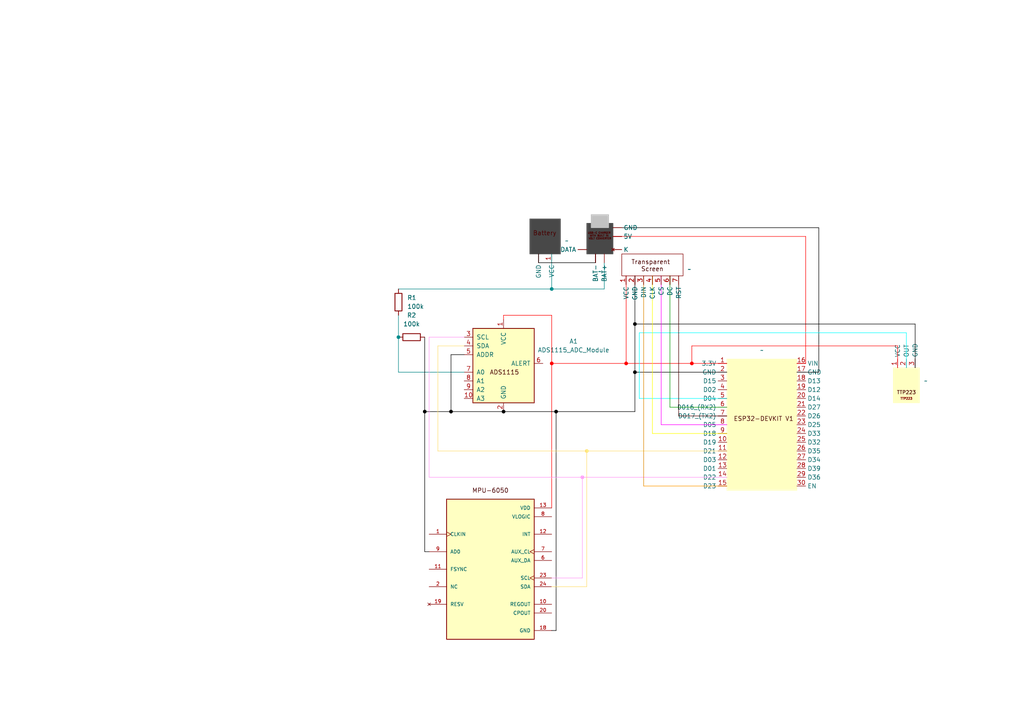
<source format=kicad_sch>
(kicad_sch
	(version 20250114)
	(generator "eeschema")
	(generator_version "9.0")
	(uuid "dd287323-a031-4033-80d1-c2cf0ed52c1f")
	(paper "A4")
	(title_block
		(title "Smart Helemt Hardware Schematic")
		(date "2025-11-20")
		(company "Ajman University")
		(comment 1 "Qasem ")
		(comment 2 "Bara Namer")
		(comment 3 "Ahmed MK Alzoubi")
		(comment 4 "Dr.Mohammed Khiri Ishak")
	)
	(lib_symbols
		(symbol "Battery:4.2v_LI-POLY_Battery"
			(exclude_from_sim no)
			(in_bom yes)
			(on_board yes)
			(property "Reference" "U"
				(at 0 0 0)
				(effects
					(font
						(size 1.27 1.27)
					)
					(hide yes)
				)
			)
			(property "Value" ""
				(at 0 0 0)
				(effects
					(font
						(size 1.27 1.27)
					)
				)
			)
			(property "Footprint" ""
				(at 0 0 0)
				(effects
					(font
						(size 1.27 1.27)
					)
					(hide yes)
				)
			)
			(property "Datasheet" ""
				(at 0 0 0)
				(effects
					(font
						(size 1.27 1.27)
					)
					(hide yes)
				)
			)
			(property "Description" ""
				(at 0 0 0)
				(effects
					(font
						(size 1.27 1.27)
					)
					(hide yes)
				)
			)
			(symbol "4.2v_LI-POLY_Battery_1_1"
				(rectangle
					(start 2.54 3.81)
					(end 11.43 -6.35)
					(stroke
						(width 0)
						(type solid)
						(color 72 72 72 1)
					)
					(fill
						(type outline)
					)
				)
				(pin power_out line
					(at 5.08 3.81 90)
					(length 2.54)
					(name "VCC"
						(effects
							(font
								(size 1.27 1.27)
							)
						)
					)
					(number "1"
						(effects
							(font
								(size 1.27 1.27)
							)
						)
					)
				)
				(pin power_out line
					(at 8.89 3.81 90)
					(length 2.54)
					(name "GND"
						(effects
							(font
								(size 1.27 1.27)
							)
						)
					)
					(number ""
						(effects
							(font
								(size 1.27 1.27)
							)
						)
					)
				)
			)
			(embedded_fonts no)
		)
		(symbol "Charleslabs_Parts:ADS1115_ADC_Module"
			(pin_names
				(offset 1.016)
			)
			(exclude_from_sim no)
			(in_bom yes)
			(on_board yes)
			(property "Reference" "A"
				(at -8.89 11.43 0)
				(effects
					(font
						(size 1.27 1.27)
					)
				)
			)
			(property "Value" "ADS1115_ADC_Module"
				(at 12.7 11.43 0)
				(effects
					(font
						(size 1.27 1.27)
					)
				)
			)
			(property "Footprint" "Charleslabs_Parts:ADC1115_ADC_Module"
				(at -8.89 10.16 0)
				(effects
					(font
						(size 1.27 1.27)
					)
					(hide yes)
				)
			)
			(property "Datasheet" ""
				(at -8.89 10.16 0)
				(effects
					(font
						(size 1.27 1.27)
					)
					(hide yes)
				)
			)
			(property "Description" ""
				(at 0 0 0)
				(effects
					(font
						(size 1.27 1.27)
					)
					(hide yes)
				)
			)
			(symbol "ADS1115_ADC_Module_0_1"
				(rectangle
					(start -8.89 10.16)
					(end 8.89 -11.43)
					(stroke
						(width 0.254)
						(type solid)
					)
					(fill
						(type background)
					)
				)
			)
			(symbol "ADS1115_ADC_Module_1_1"
				(pin input line
					(at -11.43 7.62 0)
					(length 2.54)
					(name "SCL"
						(effects
							(font
								(size 1.27 1.27)
							)
						)
					)
					(number "3"
						(effects
							(font
								(size 1.27 1.27)
							)
						)
					)
				)
				(pin bidirectional line
					(at -11.43 5.08 0)
					(length 2.54)
					(name "SDA"
						(effects
							(font
								(size 1.27 1.27)
							)
						)
					)
					(number "4"
						(effects
							(font
								(size 1.27 1.27)
							)
						)
					)
				)
				(pin input line
					(at -11.43 2.54 0)
					(length 2.54)
					(name "ADDR"
						(effects
							(font
								(size 1.27 1.27)
							)
						)
					)
					(number "5"
						(effects
							(font
								(size 1.27 1.27)
							)
						)
					)
				)
				(pin input line
					(at -11.43 -2.54 0)
					(length 2.54)
					(name "A0"
						(effects
							(font
								(size 1.27 1.27)
							)
						)
					)
					(number "7"
						(effects
							(font
								(size 1.27 1.27)
							)
						)
					)
				)
				(pin input line
					(at -11.43 -5.08 0)
					(length 2.54)
					(name "A1"
						(effects
							(font
								(size 1.27 1.27)
							)
						)
					)
					(number "8"
						(effects
							(font
								(size 1.27 1.27)
							)
						)
					)
				)
				(pin input line
					(at -11.43 -7.62 0)
					(length 2.54)
					(name "A2"
						(effects
							(font
								(size 1.27 1.27)
							)
						)
					)
					(number "9"
						(effects
							(font
								(size 1.27 1.27)
							)
						)
					)
				)
				(pin input line
					(at -11.43 -10.16 0)
					(length 2.54)
					(name "A3"
						(effects
							(font
								(size 1.27 1.27)
							)
						)
					)
					(number "10"
						(effects
							(font
								(size 1.27 1.27)
							)
						)
					)
				)
				(pin power_in line
					(at 0 12.7 270)
					(length 2.54)
					(name "VCC"
						(effects
							(font
								(size 1.27 1.27)
							)
						)
					)
					(number "1"
						(effects
							(font
								(size 1.27 1.27)
							)
						)
					)
				)
				(pin power_in line
					(at 0 -13.97 90)
					(length 2.54)
					(name "GND"
						(effects
							(font
								(size 1.27 1.27)
							)
						)
					)
					(number "2"
						(effects
							(font
								(size 1.27 1.27)
							)
						)
					)
				)
				(pin output line
					(at 11.43 0 180)
					(length 2.54)
					(name "ALERT"
						(effects
							(font
								(size 1.27 1.27)
							)
						)
					)
					(number "6"
						(effects
							(font
								(size 1.27 1.27)
							)
						)
					)
				)
			)
			(embedded_fonts no)
		)
		(symbol "Device:R"
			(pin_numbers
				(hide yes)
			)
			(pin_names
				(offset 0)
			)
			(exclude_from_sim no)
			(in_bom yes)
			(on_board yes)
			(property "Reference" "R"
				(at 2.032 0 90)
				(effects
					(font
						(size 1.27 1.27)
					)
				)
			)
			(property "Value" "R"
				(at 0 0 90)
				(effects
					(font
						(size 1.27 1.27)
					)
				)
			)
			(property "Footprint" ""
				(at -1.778 0 90)
				(effects
					(font
						(size 1.27 1.27)
					)
					(hide yes)
				)
			)
			(property "Datasheet" "~"
				(at 0 0 0)
				(effects
					(font
						(size 1.27 1.27)
					)
					(hide yes)
				)
			)
			(property "Description" "Resistor"
				(at 0 0 0)
				(effects
					(font
						(size 1.27 1.27)
					)
					(hide yes)
				)
			)
			(property "ki_keywords" "R res resistor"
				(at 0 0 0)
				(effects
					(font
						(size 1.27 1.27)
					)
					(hide yes)
				)
			)
			(property "ki_fp_filters" "R_*"
				(at 0 0 0)
				(effects
					(font
						(size 1.27 1.27)
					)
					(hide yes)
				)
			)
			(symbol "R_0_1"
				(rectangle
					(start -1.016 -2.54)
					(end 1.016 2.54)
					(stroke
						(width 0.254)
						(type default)
					)
					(fill
						(type none)
					)
				)
			)
			(symbol "R_1_1"
				(pin passive line
					(at 0 3.81 270)
					(length 1.27)
					(name "~"
						(effects
							(font
								(size 1.27 1.27)
							)
						)
					)
					(number "1"
						(effects
							(font
								(size 1.27 1.27)
							)
						)
					)
				)
				(pin passive line
					(at 0 -3.81 90)
					(length 1.27)
					(name "~"
						(effects
							(font
								(size 1.27 1.27)
							)
						)
					)
					(number "2"
						(effects
							(font
								(size 1.27 1.27)
							)
						)
					)
				)
			)
			(embedded_fonts no)
		)
		(symbol "MPU-6050:MPU-6050"
			(pin_names
				(offset 1.016)
			)
			(exclude_from_sim no)
			(in_bom yes)
			(on_board yes)
			(property "Reference" "U"
				(at -12.7 21.082 0)
				(effects
					(font
						(size 1.27 1.27)
					)
					(justify left bottom)
				)
			)
			(property "Value" "MPU-6050"
				(at -12.7 -22.86 0)
				(effects
					(font
						(size 1.27 1.27)
					)
					(justify left bottom)
				)
			)
			(property "Footprint" "MPU-6050:QFN50P400X400X95-24N"
				(at 0 0 0)
				(effects
					(font
						(size 1.27 1.27)
					)
					(justify bottom)
					(hide yes)
				)
			)
			(property "Datasheet" ""
				(at 0 0 0)
				(effects
					(font
						(size 1.27 1.27)
					)
					(hide yes)
				)
			)
			(property "Description" ""
				(at 0 0 0)
				(effects
					(font
						(size 1.27 1.27)
					)
					(hide yes)
				)
			)
			(property "MF" "TDK InvenSense"
				(at 0 0 0)
				(effects
					(font
						(size 1.27 1.27)
					)
					(justify bottom)
					(hide yes)
				)
			)
			(property "MAXIMUM_PACKAGE_HEIGHT" "0.95mm"
				(at 0 0 0)
				(effects
					(font
						(size 1.27 1.27)
					)
					(justify bottom)
					(hide yes)
				)
			)
			(property "Package" "QFN-24 InvenSense"
				(at 0 0 0)
				(effects
					(font
						(size 1.27 1.27)
					)
					(justify bottom)
					(hide yes)
				)
			)
			(property "Price" "None"
				(at 0 0 0)
				(effects
					(font
						(size 1.27 1.27)
					)
					(justify bottom)
					(hide yes)
				)
			)
			(property "Check_prices" "https://www.snapeda.com/parts/MPU-6050/TDK/view-part/?ref=eda"
				(at 0 0 0)
				(effects
					(font
						(size 1.27 1.27)
					)
					(justify bottom)
					(hide yes)
				)
			)
			(property "STANDARD" "IPC-7351B"
				(at 0 0 0)
				(effects
					(font
						(size 1.27 1.27)
					)
					(justify bottom)
					(hide yes)
				)
			)
			(property "PARTREV" "3.4"
				(at 0 0 0)
				(effects
					(font
						(size 1.27 1.27)
					)
					(justify bottom)
					(hide yes)
				)
			)
			(property "SnapEDA_Link" "https://www.snapeda.com/parts/MPU-6050/TDK/view-part/?ref=snap"
				(at 0 0 0)
				(effects
					(font
						(size 1.27 1.27)
					)
					(justify bottom)
					(hide yes)
				)
			)
			(property "MP" "MPU-6050"
				(at 0 0 0)
				(effects
					(font
						(size 1.27 1.27)
					)
					(justify bottom)
					(hide yes)
				)
			)
			(property "Description_1" "MPU-6050 series Accelerometer, Gyroscope, 3 Axis Sensor Evaluation Board"
				(at 0 0 0)
				(effects
					(font
						(size 1.27 1.27)
					)
					(justify bottom)
					(hide yes)
				)
			)
			(property "Availability" "In Stock"
				(at 0 0 0)
				(effects
					(font
						(size 1.27 1.27)
					)
					(justify bottom)
					(hide yes)
				)
			)
			(property "MANUFACTURER" "InvenSense"
				(at 0 0 0)
				(effects
					(font
						(size 1.27 1.27)
					)
					(justify bottom)
					(hide yes)
				)
			)
			(symbol "MPU-6050_0_0"
				(rectangle
					(start -12.7 -20.32)
					(end 12.7 20.32)
					(stroke
						(width 0.254)
						(type default)
					)
					(fill
						(type background)
					)
				)
				(pin input clock
					(at -17.78 10.16 0)
					(length 5.08)
					(name "CLKIN"
						(effects
							(font
								(size 1.016 1.016)
							)
						)
					)
					(number "1"
						(effects
							(font
								(size 1.016 1.016)
							)
						)
					)
				)
				(pin input line
					(at -17.78 5.08 0)
					(length 5.08)
					(name "AD0"
						(effects
							(font
								(size 1.016 1.016)
							)
						)
					)
					(number "9"
						(effects
							(font
								(size 1.016 1.016)
							)
						)
					)
				)
				(pin input line
					(at -17.78 0 0)
					(length 5.08)
					(name "FSYNC"
						(effects
							(font
								(size 1.016 1.016)
							)
						)
					)
					(number "11"
						(effects
							(font
								(size 1.016 1.016)
							)
						)
					)
				)
				(pin passive line
					(at -17.78 -5.08 0)
					(length 5.08)
					(hide yes)
					(name "NC"
						(effects
							(font
								(size 1.016 1.016)
							)
						)
					)
					(number "14"
						(effects
							(font
								(size 1.016 1.016)
							)
						)
					)
				)
				(pin passive line
					(at -17.78 -5.08 0)
					(length 5.08)
					(hide yes)
					(name "NC"
						(effects
							(font
								(size 1.016 1.016)
							)
						)
					)
					(number "15"
						(effects
							(font
								(size 1.016 1.016)
							)
						)
					)
				)
				(pin passive line
					(at -17.78 -5.08 0)
					(length 5.08)
					(hide yes)
					(name "NC"
						(effects
							(font
								(size 1.016 1.016)
							)
						)
					)
					(number "16"
						(effects
							(font
								(size 1.016 1.016)
							)
						)
					)
				)
				(pin passive line
					(at -17.78 -5.08 0)
					(length 5.08)
					(hide yes)
					(name "NC"
						(effects
							(font
								(size 1.016 1.016)
							)
						)
					)
					(number "17"
						(effects
							(font
								(size 1.016 1.016)
							)
						)
					)
				)
				(pin passive line
					(at -17.78 -5.08 0)
					(length 5.08)
					(name "NC"
						(effects
							(font
								(size 1.016 1.016)
							)
						)
					)
					(number "2"
						(effects
							(font
								(size 1.016 1.016)
							)
						)
					)
				)
				(pin passive line
					(at -17.78 -5.08 0)
					(length 5.08)
					(hide yes)
					(name "NC"
						(effects
							(font
								(size 1.016 1.016)
							)
						)
					)
					(number "3"
						(effects
							(font
								(size 1.016 1.016)
							)
						)
					)
				)
				(pin passive line
					(at -17.78 -5.08 0)
					(length 5.08)
					(hide yes)
					(name "NC"
						(effects
							(font
								(size 1.016 1.016)
							)
						)
					)
					(number "4"
						(effects
							(font
								(size 1.016 1.016)
							)
						)
					)
				)
				(pin passive line
					(at -17.78 -5.08 0)
					(length 5.08)
					(hide yes)
					(name "NC"
						(effects
							(font
								(size 1.016 1.016)
							)
						)
					)
					(number "5"
						(effects
							(font
								(size 1.016 1.016)
							)
						)
					)
				)
				(pin no_connect line
					(at -17.78 -10.16 0)
					(length 5.08)
					(name "RESV"
						(effects
							(font
								(size 1.016 1.016)
							)
						)
					)
					(number "19"
						(effects
							(font
								(size 1.016 1.016)
							)
						)
					)
				)
				(pin no_connect line
					(at -17.78 -10.16 0)
					(length 5.08)
					(hide yes)
					(name "RESV"
						(effects
							(font
								(size 1.016 1.016)
							)
						)
					)
					(number "21"
						(effects
							(font
								(size 1.016 1.016)
							)
						)
					)
				)
				(pin no_connect line
					(at -17.78 -10.16 0)
					(length 5.08)
					(hide yes)
					(name "RESV"
						(effects
							(font
								(size 1.016 1.016)
							)
						)
					)
					(number "22"
						(effects
							(font
								(size 1.016 1.016)
							)
						)
					)
				)
				(pin power_in line
					(at 17.78 17.78 180)
					(length 5.08)
					(name "VDD"
						(effects
							(font
								(size 1.016 1.016)
							)
						)
					)
					(number "13"
						(effects
							(font
								(size 1.016 1.016)
							)
						)
					)
				)
				(pin power_in line
					(at 17.78 15.24 180)
					(length 5.08)
					(name "VLOGIC"
						(effects
							(font
								(size 1.016 1.016)
							)
						)
					)
					(number "8"
						(effects
							(font
								(size 1.016 1.016)
							)
						)
					)
				)
				(pin output line
					(at 17.78 10.16 180)
					(length 5.08)
					(name "INT"
						(effects
							(font
								(size 1.016 1.016)
							)
						)
					)
					(number "12"
						(effects
							(font
								(size 1.016 1.016)
							)
						)
					)
				)
				(pin output clock
					(at 17.78 5.08 180)
					(length 5.08)
					(name "AUX_CL"
						(effects
							(font
								(size 1.016 1.016)
							)
						)
					)
					(number "7"
						(effects
							(font
								(size 1.016 1.016)
							)
						)
					)
				)
				(pin bidirectional line
					(at 17.78 2.54 180)
					(length 5.08)
					(name "AUX_DA"
						(effects
							(font
								(size 1.016 1.016)
							)
						)
					)
					(number "6"
						(effects
							(font
								(size 1.016 1.016)
							)
						)
					)
				)
				(pin input clock
					(at 17.78 -2.54 180)
					(length 5.08)
					(name "SCL"
						(effects
							(font
								(size 1.016 1.016)
							)
						)
					)
					(number "23"
						(effects
							(font
								(size 1.016 1.016)
							)
						)
					)
				)
				(pin bidirectional line
					(at 17.78 -5.08 180)
					(length 5.08)
					(name "SDA"
						(effects
							(font
								(size 1.016 1.016)
							)
						)
					)
					(number "24"
						(effects
							(font
								(size 1.016 1.016)
							)
						)
					)
				)
				(pin passive line
					(at 17.78 -10.16 180)
					(length 5.08)
					(name "REGOUT"
						(effects
							(font
								(size 1.016 1.016)
							)
						)
					)
					(number "10"
						(effects
							(font
								(size 1.016 1.016)
							)
						)
					)
				)
				(pin passive line
					(at 17.78 -12.7 180)
					(length 5.08)
					(name "CPOUT"
						(effects
							(font
								(size 1.016 1.016)
							)
						)
					)
					(number "20"
						(effects
							(font
								(size 1.016 1.016)
							)
						)
					)
				)
				(pin power_in line
					(at 17.78 -17.78 180)
					(length 5.08)
					(name "GND"
						(effects
							(font
								(size 1.016 1.016)
							)
						)
					)
					(number "18"
						(effects
							(font
								(size 1.016 1.016)
							)
						)
					)
				)
			)
			(embedded_fonts no)
		)
		(symbol "SSD1306_SPI_7pin:SSD1306_SPI_7pin"
			(exclude_from_sim no)
			(in_bom yes)
			(on_board yes)
			(property "Reference" "U"
				(at 0 0 0)
				(effects
					(font
						(size 1.27 1.27)
					)
					(hide yes)
				)
			)
			(property "Value" ""
				(at 0 0 0)
				(effects
					(font
						(size 1.27 1.27)
					)
				)
			)
			(property "Footprint" ""
				(at 0 0 0)
				(effects
					(font
						(size 1.27 1.27)
					)
					(hide yes)
				)
			)
			(property "Datasheet" ""
				(at 0 0 0)
				(effects
					(font
						(size 1.27 1.27)
					)
					(hide yes)
				)
			)
			(property "Description" ""
				(at 0 0 0)
				(effects
					(font
						(size 1.27 1.27)
					)
					(hide yes)
				)
			)
			(symbol "SSD1306_SPI_7pin_0_1"
				(rectangle
					(start 1.27 8.89)
					(end 19.05 2.54)
					(stroke
						(width 0)
						(type default)
					)
					(fill
						(type none)
					)
				)
			)
			(symbol "SSD1306_SPI_7pin_1_1"
				(pin input line
					(at 2.54 2.54 270)
					(length 2.54)
					(name "VCC"
						(effects
							(font
								(size 1.27 1.27)
							)
						)
					)
					(number "1"
						(effects
							(font
								(size 1.27 1.27)
							)
						)
					)
				)
				(pin input line
					(at 5.08 2.54 270)
					(length 2.54)
					(name "GND"
						(effects
							(font
								(size 1.27 1.27)
							)
						)
					)
					(number "2"
						(effects
							(font
								(size 1.27 1.27)
							)
						)
					)
				)
				(pin input line
					(at 7.62 2.54 270)
					(length 2.54)
					(name "DIN"
						(effects
							(font
								(size 1.27 1.27)
							)
						)
					)
					(number "3"
						(effects
							(font
								(size 1.27 1.27)
							)
						)
					)
				)
				(pin input line
					(at 10.16 2.54 270)
					(length 2.54)
					(name "CLK"
						(effects
							(font
								(size 1.27 1.27)
							)
						)
					)
					(number "4"
						(effects
							(font
								(size 1.27 1.27)
							)
						)
					)
				)
				(pin input line
					(at 12.7 2.54 270)
					(length 2.54)
					(name "CS"
						(effects
							(font
								(size 1.27 1.27)
							)
						)
					)
					(number "5"
						(effects
							(font
								(size 1.27 1.27)
							)
						)
					)
				)
				(pin input line
					(at 15.24 2.54 270)
					(length 2.54)
					(name "DC"
						(effects
							(font
								(size 1.27 1.27)
							)
						)
					)
					(number "6"
						(effects
							(font
								(size 1.27 1.27)
							)
						)
					)
				)
				(pin input line
					(at 17.78 2.54 270)
					(length 2.54)
					(name "RST"
						(effects
							(font
								(size 1.27 1.27)
							)
						)
					)
					(number "7"
						(effects
							(font
								(size 1.27 1.27)
							)
						)
					)
				)
			)
			(embedded_fonts no)
		)
		(symbol "TTP223:TTP223"
			(exclude_from_sim no)
			(in_bom yes)
			(on_board yes)
			(property "Reference" "U"
				(at 3.81 5.08 0)
				(effects
					(font
						(size 1.27 1.27)
					)
					(hide yes)
				)
			)
			(property "Value" ""
				(at 0 0 0)
				(effects
					(font
						(size 1.27 1.27)
					)
				)
			)
			(property "Footprint" ""
				(at 0 0 0)
				(effects
					(font
						(size 1.27 1.27)
					)
					(hide yes)
				)
			)
			(property "Datasheet" ""
				(at 0 0 0)
				(effects
					(font
						(size 1.27 1.27)
					)
					(hide yes)
				)
			)
			(property "Description" ""
				(at 0 0 0)
				(effects
					(font
						(size 1.27 1.27)
					)
					(hide yes)
				)
			)
			(symbol "TTP223_1_1"
				(rectangle
					(start 2.54 13.97)
					(end 10.16 3.81)
					(stroke
						(width 0)
						(type solid)
						(color 255 255 194 1)
					)
					(fill
						(type outline)
					)
				)
				(text "TTP223\n"
					(at 6.35 5.08 0)
					(effects
						(font
							(size 0.635 0.635)
						)
					)
				)
				(pin power_in line
					(at 3.81 13.97 90)
					(length 2.54)
					(name "VCC"
						(effects
							(font
								(size 1.27 1.27)
							)
						)
					)
					(number "1"
						(effects
							(font
								(size 1.27 1.27)
							)
						)
					)
				)
				(pin input line
					(at 6.35 13.97 90)
					(length 2.54)
					(name "OUT"
						(effects
							(font
								(size 1.27 1.27)
							)
						)
					)
					(number "2"
						(effects
							(font
								(size 1.27 1.27)
							)
						)
					)
				)
				(pin input line
					(at 8.89 13.97 90)
					(length 2.54)
					(name "GND"
						(effects
							(font
								(size 1.27 1.27)
							)
						)
					)
					(number "3"
						(effects
							(font
								(size 1.27 1.27)
							)
						)
					)
				)
			)
			(embedded_fonts no)
		)
		(symbol "USB C charger and voltage converter:USB_C_CHARGER"
			(exclude_from_sim no)
			(in_bom yes)
			(on_board yes)
			(property "Reference" "U"
				(at 0 0 0)
				(effects
					(font
						(size 1.27 1.27)
					)
					(hide yes)
				)
			)
			(property "Value" ""
				(at 0 0 0)
				(effects
					(font
						(size 1.27 1.27)
					)
				)
			)
			(property "Footprint" ""
				(at 0 0 0)
				(effects
					(font
						(size 1.27 1.27)
					)
					(hide yes)
				)
			)
			(property "Datasheet" ""
				(at 0 0 0)
				(effects
					(font
						(size 1.27 1.27)
					)
					(hide yes)
				)
			)
			(property "Description" ""
				(at 0 0 0)
				(effects
					(font
						(size 1.27 1.27)
					)
					(hide yes)
				)
			)
			(symbol "USB_C_CHARGER_1_1"
				(rectangle
					(start 0 3.81)
					(end 7.62 -5.08)
					(stroke
						(width 0)
						(type solid)
						(color 72 72 72 1)
					)
					(fill
						(type outline)
					)
				)
				(rectangle
					(start 1.27 6.35)
					(end 6.35 2.54)
					(stroke
						(width 0)
						(type solid)
						(color 194 194 194 1)
					)
					(fill
						(type outline)
					)
				)
				(pin bidirectional line
					(at 0 -3.81 180)
					(length 2.54)
					(name "DATA"
						(effects
							(font
								(size 1.27 1.27)
							)
						)
					)
					(number ""
						(effects
							(font
								(size 1.27 1.27)
							)
						)
					)
				)
				(pin power_in line
					(at 2.54 -5.08 270)
					(length 2.54)
					(name "BAT-"
						(effects
							(font
								(size 1.27 1.27)
							)
						)
					)
					(number ""
						(effects
							(font
								(size 1.27 1.27)
							)
						)
					)
				)
				(pin power_in line
					(at 5.08 -5.08 270)
					(length 2.54)
					(name "BAT+"
						(effects
							(font
								(size 1.27 1.27)
							)
						)
					)
					(number ""
						(effects
							(font
								(size 1.27 1.27)
							)
						)
					)
				)
				(pin power_out line
					(at 7.62 2.54 0)
					(length 2.54)
					(name "GND"
						(effects
							(font
								(size 1.27 1.27)
							)
						)
					)
					(number ""
						(effects
							(font
								(size 1.27 1.27)
							)
						)
					)
				)
				(pin power_out line
					(at 7.62 0 0)
					(length 2.54)
					(name "5V"
						(effects
							(font
								(size 1.27 1.27)
							)
						)
					)
					(number ""
						(effects
							(font
								(size 1.27 1.27)
							)
						)
					)
				)
				(pin no_connect line
					(at 7.62 -3.81 0)
					(length 2.54)
					(name "K"
						(effects
							(font
								(size 1.27 1.27)
							)
						)
					)
					(number ""
						(effects
							(font
								(size 1.27 1.27)
							)
						)
					)
				)
			)
			(embedded_fonts no)
		)
		(symbol "esp32DEVKITV1:Esp32DevKitV1"
			(exclude_from_sim no)
			(in_bom yes)
			(on_board yes)
			(property "Reference" "u"
				(at 0 0 0)
				(effects
					(font
						(size 1.27 1.27)
					)
					(hide yes)
				)
			)
			(property "Value" ""
				(at 0 0 0)
				(effects
					(font
						(size 1.27 1.27)
					)
				)
			)
			(property "Footprint" ""
				(at 0 0 0)
				(effects
					(font
						(size 1.27 1.27)
					)
					(hide yes)
				)
			)
			(property "Datasheet" ""
				(at 0 0 0)
				(effects
					(font
						(size 1.27 1.27)
					)
					(hide yes)
				)
			)
			(property "Description" ""
				(at 0 0 0)
				(effects
					(font
						(size 1.27 1.27)
					)
					(hide yes)
				)
			)
			(symbol "Esp32DevKitV1_1_1"
				(rectangle
					(start -5.08 10.16)
					(end 15.24 -27.94)
					(stroke
						(width 0)
						(type solid)
						(color 255 255 194 1)
					)
					(fill
						(type outline)
					)
				)
				(pin power_out line
					(at -5.08 8.89 180)
					(length 2.54)
					(name "3.3V"
						(effects
							(font
								(size 1.27 1.27)
							)
						)
					)
					(number "1"
						(effects
							(font
								(size 1.27 1.27)
							)
						)
					)
				)
				(pin power_in line
					(at -5.08 6.35 180)
					(length 2.54)
					(name "GND"
						(effects
							(font
								(size 1.27 1.27)
							)
						)
					)
					(number "2"
						(effects
							(font
								(size 1.27 1.27)
							)
						)
					)
				)
				(pin bidirectional line
					(at -5.08 3.81 180)
					(length 2.54)
					(name "D15"
						(effects
							(font
								(size 1.27 1.27)
							)
						)
					)
					(number "3"
						(effects
							(font
								(size 1.27 1.27)
							)
						)
					)
				)
				(pin bidirectional line
					(at -5.08 1.27 180)
					(length 2.54)
					(name "D02"
						(effects
							(font
								(size 1.27 1.27)
							)
						)
					)
					(number "4"
						(effects
							(font
								(size 1.27 1.27)
							)
						)
					)
				)
				(pin bidirectional line
					(at -5.08 -1.27 180)
					(length 2.54)
					(name "D04"
						(effects
							(font
								(size 1.27 1.27)
							)
						)
					)
					(number "5"
						(effects
							(font
								(size 1.27 1.27)
							)
						)
					)
				)
				(pin bidirectional line
					(at -5.08 -3.81 180)
					(length 2.54)
					(name "D016_(RX2)"
						(effects
							(font
								(size 1.27 1.27)
							)
						)
					)
					(number "6"
						(effects
							(font
								(size 1.27 1.27)
							)
						)
					)
				)
				(pin bidirectional line
					(at -5.08 -6.35 180)
					(length 2.54)
					(name "D017_(TX2)"
						(effects
							(font
								(size 1.27 1.27)
							)
						)
					)
					(number "7"
						(effects
							(font
								(size 1.27 1.27)
							)
						)
					)
				)
				(pin bidirectional line
					(at -5.08 -8.89 180)
					(length 2.54)
					(name "D05"
						(effects
							(font
								(size 1.27 1.27)
							)
						)
					)
					(number "8"
						(effects
							(font
								(size 1.27 1.27)
							)
						)
					)
				)
				(pin bidirectional line
					(at -5.08 -11.43 180)
					(length 2.54)
					(name "D18"
						(effects
							(font
								(size 1.27 1.27)
							)
						)
					)
					(number "9"
						(effects
							(font
								(size 1.27 1.27)
							)
						)
					)
				)
				(pin bidirectional line
					(at -5.08 -13.97 180)
					(length 2.54)
					(name "D19"
						(effects
							(font
								(size 1.27 1.27)
							)
						)
					)
					(number "10"
						(effects
							(font
								(size 1.27 1.27)
							)
						)
					)
				)
				(pin bidirectional line
					(at -5.08 -16.51 180)
					(length 2.54)
					(name "D21"
						(effects
							(font
								(size 1.27 1.27)
							)
						)
					)
					(number "11"
						(effects
							(font
								(size 1.27 1.27)
							)
						)
					)
				)
				(pin bidirectional line
					(at -5.08 -19.05 180)
					(length 2.54)
					(name "D03"
						(effects
							(font
								(size 1.27 1.27)
							)
						)
					)
					(number "12"
						(effects
							(font
								(size 1.27 1.27)
							)
						)
					)
				)
				(pin bidirectional line
					(at -5.08 -21.59 180)
					(length 2.54)
					(name "D01"
						(effects
							(font
								(size 1.27 1.27)
							)
						)
					)
					(number "13"
						(effects
							(font
								(size 1.27 1.27)
							)
						)
					)
				)
				(pin bidirectional line
					(at -5.08 -24.13 180)
					(length 2.54)
					(name "D22"
						(effects
							(font
								(size 1.27 1.27)
							)
						)
					)
					(number "14"
						(effects
							(font
								(size 1.27 1.27)
							)
						)
					)
				)
				(pin bidirectional line
					(at -5.08 -26.67 180)
					(length 2.54)
					(name "D23"
						(effects
							(font
								(size 1.27 1.27)
							)
						)
					)
					(number "15"
						(effects
							(font
								(size 1.27 1.27)
							)
						)
					)
				)
				(pin power_in line
					(at 15.24 8.89 0)
					(length 2.54)
					(name "VIN"
						(effects
							(font
								(size 1.27 1.27)
							)
						)
					)
					(number "16"
						(effects
							(font
								(size 1.27 1.27)
							)
						)
					)
				)
				(pin power_in line
					(at 15.24 6.35 0)
					(length 2.54)
					(name "GND"
						(effects
							(font
								(size 1.27 1.27)
							)
						)
					)
					(number "17"
						(effects
							(font
								(size 1.27 1.27)
							)
						)
					)
				)
				(pin bidirectional line
					(at 15.24 3.81 0)
					(length 2.54)
					(name "D13"
						(effects
							(font
								(size 1.27 1.27)
							)
						)
					)
					(number "18"
						(effects
							(font
								(size 1.27 1.27)
							)
						)
					)
				)
				(pin bidirectional line
					(at 15.24 1.27 0)
					(length 2.54)
					(name "D12"
						(effects
							(font
								(size 1.27 1.27)
							)
						)
					)
					(number "19"
						(effects
							(font
								(size 1.27 1.27)
							)
						)
					)
				)
				(pin bidirectional line
					(at 15.24 -1.27 0)
					(length 2.54)
					(name "D14"
						(effects
							(font
								(size 1.27 1.27)
							)
						)
					)
					(number "20"
						(effects
							(font
								(size 1.27 1.27)
							)
						)
					)
				)
				(pin bidirectional line
					(at 15.24 -3.81 0)
					(length 2.54)
					(name "D27"
						(effects
							(font
								(size 1.27 1.27)
							)
						)
					)
					(number "21"
						(effects
							(font
								(size 1.27 1.27)
							)
						)
					)
				)
				(pin bidirectional line
					(at 15.24 -6.35 0)
					(length 2.54)
					(name "D26"
						(effects
							(font
								(size 1.27 1.27)
							)
						)
					)
					(number "22"
						(effects
							(font
								(size 1.27 1.27)
							)
						)
					)
				)
				(pin bidirectional line
					(at 15.24 -8.89 0)
					(length 2.54)
					(name "D25"
						(effects
							(font
								(size 1.27 1.27)
							)
						)
					)
					(number "23"
						(effects
							(font
								(size 1.27 1.27)
							)
						)
					)
				)
				(pin bidirectional line
					(at 15.24 -11.43 0)
					(length 2.54)
					(name "D33"
						(effects
							(font
								(size 1.27 1.27)
							)
						)
					)
					(number "24"
						(effects
							(font
								(size 1.27 1.27)
							)
						)
					)
				)
				(pin bidirectional line
					(at 15.24 -13.97 0)
					(length 2.54)
					(name "D32"
						(effects
							(font
								(size 1.27 1.27)
							)
						)
					)
					(number "25"
						(effects
							(font
								(size 1.27 1.27)
							)
						)
					)
				)
				(pin input line
					(at 15.24 -16.51 0)
					(length 2.54)
					(name "D35"
						(effects
							(font
								(size 1.27 1.27)
							)
						)
					)
					(number "26"
						(effects
							(font
								(size 1.27 1.27)
							)
						)
					)
				)
				(pin input line
					(at 15.24 -19.05 0)
					(length 2.54)
					(name "D34"
						(effects
							(font
								(size 1.27 1.27)
							)
						)
					)
					(number "27"
						(effects
							(font
								(size 1.27 1.27)
							)
						)
					)
				)
				(pin input line
					(at 15.24 -21.59 0)
					(length 2.54)
					(name "D39"
						(effects
							(font
								(size 1.27 1.27)
							)
						)
					)
					(number "28"
						(effects
							(font
								(size 1.27 1.27)
							)
						)
					)
				)
				(pin input line
					(at 15.24 -24.13 0)
					(length 2.54)
					(name "D36"
						(effects
							(font
								(size 1.27 1.27)
							)
						)
					)
					(number "29"
						(effects
							(font
								(size 1.27 1.27)
							)
						)
					)
				)
				(pin input line
					(at 15.24 -26.67 0)
					(length 2.54)
					(name "EN"
						(effects
							(font
								(size 1.27 1.27)
							)
						)
					)
					(number "30"
						(effects
							(font
								(size 1.27 1.27)
							)
						)
					)
				)
			)
			(embedded_fonts no)
		)
	)
	(text "Battery"
		(exclude_from_sim no)
		(at 157.988 67.818 0)
		(effects
			(font
				(size 1.27 1.27)
				(color 72 0 0 1)
			)
		)
		(uuid "052713e3-cd36-4d8a-a578-b55e33f5b8b9")
	)
	(text "TTP223\n"
		(exclude_from_sim no)
		(at 262.89 114.046 0)
		(effects
			(font
				(size 1.016 1.016)
				(color 72 0 0 1)
			)
		)
		(uuid "12d262d5-0394-4699-bf34-35a472d67100")
	)
	(text "USB-C CHARGER \nWITH BUILT IN \nVOLT CONVERTER"
		(exclude_from_sim no)
		(at 173.99 68.58 0)
		(effects
			(font
				(size 0.508 0.508)
				(color 72 0 0 1)
			)
		)
		(uuid "144b25c8-6e90-491b-bb20-2d9991c7c338")
	)
	(text "ESP32-DEVKIT V1"
		(exclude_from_sim no)
		(at 221.488 121.666 0)
		(effects
			(font
				(size 1.27 1.27)
				(color 72 0 0 1)
			)
		)
		(uuid "485ecba7-a6ac-493e-907d-f63c3ce8df7d")
	)
	(text "ADS1115"
		(exclude_from_sim no)
		(at 146.304 108.204 0)
		(effects
			(font
				(size 1.27 1.27)
				(color 72 0 0 1)
			)
		)
		(uuid "67fb2635-bf7c-485a-8080-e3e04c332682")
	)
	(text "Transparent\n Screen"
		(exclude_from_sim no)
		(at 188.722 77.216 0)
		(effects
			(font
				(size 1.27 1.27)
				(color 72 0 0 1)
			)
		)
		(uuid "fd84bfa1-951e-4f30-8320-8d7ee13abf30")
	)
	(junction
		(at 115.57 97.79)
		(diameter 0)
		(color 0 132 132 1)
		(uuid "1d6a40d4-3858-43c2-86c8-3983fd431546")
	)
	(junction
		(at 160.02 83.82)
		(diameter 0)
		(color 0 132 132 1)
		(uuid "5c45067f-2980-4cd8-afb2-047fec496a2f")
	)
	(junction
		(at 160.02 105.41)
		(diameter 0)
		(color 255 0 0 1)
		(uuid "67907ad5-9c2e-4c18-85bd-aab7e5a8e9f5")
	)
	(junction
		(at 184.15 93.98)
		(diameter 0)
		(color 0 0 0 1)
		(uuid "68059893-288f-4621-9b9a-cf29a4308ac5")
	)
	(junction
		(at 161.29 119.38)
		(diameter 0)
		(color 0 0 0 1)
		(uuid "70b82d81-ebc3-4332-8dc8-0e19cd2394f6")
	)
	(junction
		(at 130.81 119.38)
		(diameter 0)
		(color 0 0 0 1)
		(uuid "7576346d-5fcf-49c3-b692-43922c10bd07")
	)
	(junction
		(at 123.19 119.38)
		(diameter 0)
		(color 0 0 0 1)
		(uuid "92b7528b-935f-420f-8fcc-5ce1099d3666")
	)
	(junction
		(at 146.05 119.38)
		(diameter 0)
		(color 0 0 0 1)
		(uuid "9afbf4d3-8bad-49f3-b2aa-d9062d10658c")
	)
	(junction
		(at 168.91 138.43)
		(diameter 0)
		(color 255 156 244 1)
		(uuid "a64671fe-633d-4b45-bba6-a12afbbb4902")
	)
	(junction
		(at 200.66 105.41)
		(diameter 0)
		(color 255 0 0 1)
		(uuid "af3b3338-5c1a-4f92-9bd6-ed5d07f36c95")
	)
	(junction
		(at 181.61 105.41)
		(diameter 0)
		(color 255 0 0 1)
		(uuid "c7c7862d-9cbd-4c35-8a10-515a412e5052")
	)
	(junction
		(at 170.18 130.81)
		(diameter 0)
		(color 255 223 118 1)
		(uuid "d6c6fba7-2a76-4776-80da-9a3cc82ddb2f")
	)
	(junction
		(at 184.15 107.95)
		(diameter 0)
		(color 0 0 0 1)
		(uuid "e07d18d8-388c-4004-b3c4-5ddcd150e2b2")
	)
	(wire
		(pts
			(xy 168.91 167.64) (xy 160.02 167.64)
		)
		(stroke
			(width 0)
			(type default)
			(color 255 156 244 1)
		)
		(uuid "01b6db61-3c69-4001-9407-66bf7e2fcd97")
	)
	(wire
		(pts
			(xy 265.43 93.98) (xy 184.15 93.98)
		)
		(stroke
			(width 0)
			(type default)
			(color 0 0 0 1)
		)
		(uuid "03662470-ac57-43aa-a4d4-d0f93b78f67a")
	)
	(wire
		(pts
			(xy 124.46 97.79) (xy 124.46 138.43)
		)
		(stroke
			(width 0)
			(type default)
			(color 255 156 244 1)
		)
		(uuid "0463956a-b81a-4f6b-a4b2-debd30e557fa")
	)
	(wire
		(pts
			(xy 130.81 119.38) (xy 130.81 102.87)
		)
		(stroke
			(width 0)
			(type default)
			(color 0 0 0 1)
		)
		(uuid "0e518104-50cf-4aeb-9586-0be46749eb74")
	)
	(wire
		(pts
			(xy 124.46 138.43) (xy 168.91 138.43)
		)
		(stroke
			(width 0)
			(type default)
			(color 255 156 244 1)
		)
		(uuid "1e5de325-a1df-4304-9962-051447aac06b")
	)
	(wire
		(pts
			(xy 177.8 66.04) (xy 237.49 66.04)
		)
		(stroke
			(width 0)
			(type default)
			(color 0 0 0 1)
		)
		(uuid "1f298374-3ad2-45a8-bade-923826f2f7b4")
	)
	(wire
		(pts
			(xy 262.89 96.52) (xy 185.42 96.52)
		)
		(stroke
			(width 0)
			(type default)
			(color 0 255 255 1)
		)
		(uuid "228c72cd-e0d9-4adb-a94c-eae46d737ebd")
	)
	(wire
		(pts
			(xy 231.14 107.95) (xy 237.49 107.95)
		)
		(stroke
			(width 0)
			(type default)
			(color 0 0 0 1)
		)
		(uuid "23d50f36-f776-45d6-a043-e1a71fb67324")
	)
	(wire
		(pts
			(xy 156.21 76.2) (xy 172.72 76.2)
		)
		(stroke
			(width 0)
			(type default)
			(color 0 0 0 1)
		)
		(uuid "250cff03-10f6-4c2e-9a8f-d2b767855f48")
	)
	(wire
		(pts
			(xy 196.85 80.01) (xy 196.85 120.65)
		)
		(stroke
			(width 0)
			(type default)
			(color 72 0 0 1)
		)
		(uuid "2dedfcd1-38c1-4ca2-9270-52092f36f05a")
	)
	(wire
		(pts
			(xy 127 100.33) (xy 127 130.81)
		)
		(stroke
			(width 0)
			(type default)
			(color 255 223 118 1)
		)
		(uuid "2e8cdd61-16a0-48e1-8130-d33d0eae36a1")
	)
	(wire
		(pts
			(xy 260.35 100.33) (xy 260.35 106.68)
		)
		(stroke
			(width 0)
			(type default)
			(color 255 0 0 1)
		)
		(uuid "3a4aaae7-a9d6-4838-a1ea-dfe5b85c1885")
	)
	(wire
		(pts
			(xy 170.18 170.18) (xy 160.02 170.18)
		)
		(stroke
			(width 0)
			(type default)
			(color 255 223 118 1)
		)
		(uuid "4488400b-1fbc-4f6a-af7e-f864bf303837")
	)
	(wire
		(pts
			(xy 160.02 83.82) (xy 115.57 83.82)
		)
		(stroke
			(width 0)
			(type default)
			(color 0 132 132 1)
		)
		(uuid "46376b56-c374-43d6-8eab-85428235f43a")
	)
	(wire
		(pts
			(xy 123.19 119.38) (xy 123.19 160.02)
		)
		(stroke
			(width 0)
			(type default)
			(color 0 0 0 1)
		)
		(uuid "4e6a07ee-e82b-4904-955f-020e0b5d9333")
	)
	(wire
		(pts
			(xy 194.31 118.11) (xy 194.31 80.01)
		)
		(stroke
			(width 0)
			(type default)
		)
		(uuid "4f2c4c1d-ead4-47a3-9e8e-f85495a56981")
	)
	(wire
		(pts
			(xy 233.68 68.58) (xy 233.68 105.41)
		)
		(stroke
			(width 0)
			(type default)
			(color 255 0 0 1)
		)
		(uuid "50d20957-3e48-4846-8156-f2327f561e25")
	)
	(wire
		(pts
			(xy 160.02 91.44) (xy 160.02 105.41)
		)
		(stroke
			(width 0)
			(type default)
			(color 255 0 0 1)
		)
		(uuid "54d3cd3e-dff2-4632-8328-6d50c36a6882")
	)
	(wire
		(pts
			(xy 194.31 118.11) (xy 210.82 118.11)
		)
		(stroke
			(width 0)
			(type default)
		)
		(uuid "58998e55-5aee-4c28-90d6-321a01009e82")
	)
	(wire
		(pts
			(xy 130.81 102.87) (xy 134.62 102.87)
		)
		(stroke
			(width 0)
			(type default)
			(color 0 0 0 1)
		)
		(uuid "5a2ba896-491c-46e3-a321-d5406011aa5a")
	)
	(wire
		(pts
			(xy 175.26 76.2) (xy 175.26 83.82)
		)
		(stroke
			(width 0)
			(type default)
			(color 0 132 132 1)
		)
		(uuid "607032cf-9109-48f7-a0f2-c5b0de323289")
	)
	(wire
		(pts
			(xy 168.91 138.43) (xy 210.82 138.43)
		)
		(stroke
			(width 0)
			(type default)
			(color 255 156 244 1)
		)
		(uuid "61799500-d0eb-4991-b343-12f5bf5fe974")
	)
	(wire
		(pts
			(xy 185.42 115.57) (xy 210.82 115.57)
		)
		(stroke
			(width 0)
			(type default)
			(color 0 255 255 1)
		)
		(uuid "62ff07c7-200d-47ec-9468-71b371794127")
	)
	(wire
		(pts
			(xy 170.18 130.81) (xy 210.82 130.81)
		)
		(stroke
			(width 0)
			(type default)
			(color 255 223 118 1)
		)
		(uuid "6ae21b9c-3bd9-4a8e-bbdc-6cbadb7dfd34")
	)
	(wire
		(pts
			(xy 175.26 83.82) (xy 160.02 83.82)
		)
		(stroke
			(width 0)
			(type default)
			(color 0 132 132 1)
		)
		(uuid "6c2258b3-194e-4ea0-9d7e-f270993062f6")
	)
	(wire
		(pts
			(xy 200.66 105.41) (xy 210.82 105.41)
		)
		(stroke
			(width 0)
			(type default)
			(color 255 0 0 1)
		)
		(uuid "75f815c3-b33f-4ded-be14-3a4ede91b027")
	)
	(wire
		(pts
			(xy 127 130.81) (xy 170.18 130.81)
		)
		(stroke
			(width 0)
			(type default)
			(color 255 223 118 1)
		)
		(uuid "7a9d4486-fe05-47c6-a16f-f2b2d8ae6c82")
	)
	(wire
		(pts
			(xy 191.77 123.19) (xy 210.82 123.19)
		)
		(stroke
			(width 0)
			(type default)
			(color 255 0 255 1)
		)
		(uuid "7b0dd9e5-4105-4823-a6b5-6f8aee377c31")
	)
	(wire
		(pts
			(xy 123.19 97.79) (xy 123.19 119.38)
		)
		(stroke
			(width 0)
			(type default)
			(color 0 0 0 1)
		)
		(uuid "7e68218e-f2bb-4cf8-ba0b-9986971f4047")
	)
	(wire
		(pts
			(xy 262.89 106.68) (xy 262.89 96.52)
		)
		(stroke
			(width 0)
			(type default)
			(color 0 255 255 1)
		)
		(uuid "7e90b044-0a7f-437a-9c9e-a7edb385dcc7")
	)
	(wire
		(pts
			(xy 177.8 68.58) (xy 233.68 68.58)
		)
		(stroke
			(width 0)
			(type default)
			(color 255 0 0 1)
		)
		(uuid "881cfe8f-e0a4-46c4-bd90-70ecbe8185da")
	)
	(wire
		(pts
			(xy 161.29 182.88) (xy 160.02 182.88)
		)
		(stroke
			(width 0)
			(type default)
			(color 0 0 0 1)
		)
		(uuid "8a2493a0-8b7a-4782-b62e-6311c2b36926")
	)
	(wire
		(pts
			(xy 260.35 100.33) (xy 200.66 100.33)
		)
		(stroke
			(width 0)
			(type default)
			(color 255 0 0 1)
		)
		(uuid "8afab8b5-4c28-4fb3-88fd-a6f257bf1d76")
	)
	(wire
		(pts
			(xy 134.62 107.95) (xy 115.57 107.95)
		)
		(stroke
			(width 0)
			(type default)
			(color 0 132 132 1)
		)
		(uuid "8cc237a5-66fc-4d57-ab3c-ae4de3d2483e")
	)
	(wire
		(pts
			(xy 189.23 80.01) (xy 189.23 125.73)
		)
		(stroke
			(width 0)
			(type default)
			(color 255 255 0 1)
		)
		(uuid "8d20674c-076a-49f2-8802-c2502d7ff97b")
	)
	(wire
		(pts
			(xy 146.05 91.44) (xy 146.05 92.71)
		)
		(stroke
			(width 0)
			(type default)
			(color 255 0 0 1)
		)
		(uuid "91b1ebca-07df-49bb-8efd-9444e1de5be6")
	)
	(wire
		(pts
			(xy 115.57 91.44) (xy 115.57 97.79)
		)
		(stroke
			(width 0)
			(type default)
			(color 0 132 132 1)
		)
		(uuid "947e62c5-be3f-4dad-ae2b-fb47653ddaab")
	)
	(wire
		(pts
			(xy 160.02 73.66) (xy 160.02 83.82)
		)
		(stroke
			(width 0)
			(type default)
			(color 0 132 132 1)
		)
		(uuid "962c517b-ad68-498c-befb-71657840ad7d")
	)
	(wire
		(pts
			(xy 191.77 80.01) (xy 191.77 123.19)
		)
		(stroke
			(width 0)
			(type default)
			(color 255 0 255 1)
		)
		(uuid "96f9312b-b462-464c-8d2e-ce92640a4c34")
	)
	(wire
		(pts
			(xy 161.29 119.38) (xy 184.15 119.38)
		)
		(stroke
			(width 0)
			(type default)
			(color 0 0 0 1)
		)
		(uuid "9a3c8d3b-619a-4d98-a4f3-96ba8525314b")
	)
	(wire
		(pts
			(xy 156.21 76.2) (xy 156.21 73.66)
		)
		(stroke
			(width 0)
			(type default)
			(color 0 0 0 1)
		)
		(uuid "9b1037d2-2974-4255-943f-d0d2ed564e06")
	)
	(wire
		(pts
			(xy 134.62 97.79) (xy 124.46 97.79)
		)
		(stroke
			(width 0)
			(type default)
			(color 255 156 244 1)
		)
		(uuid "9b4db36c-bb9f-4925-b45c-45e04286fb97")
	)
	(wire
		(pts
			(xy 115.57 107.95) (xy 115.57 97.79)
		)
		(stroke
			(width 0)
			(type default)
			(color 0 132 132 1)
		)
		(uuid "9c609a20-ac45-4e40-af25-e5f25de4400b")
	)
	(wire
		(pts
			(xy 196.85 120.65) (xy 210.82 120.65)
		)
		(stroke
			(width 0)
			(type default)
			(color 72 0 0 1)
		)
		(uuid "9d8cb4c4-2ed3-4284-b88a-5c5e1066acae")
	)
	(wire
		(pts
			(xy 123.19 160.02) (xy 124.46 160.02)
		)
		(stroke
			(width 0)
			(type default)
			(color 0 0 0 1)
		)
		(uuid "a6e0824d-916d-45a7-ba62-4dc9c4dfb442")
	)
	(wire
		(pts
			(xy 237.49 66.04) (xy 237.49 107.95)
		)
		(stroke
			(width 0)
			(type default)
			(color 0 0 0 1)
		)
		(uuid "aa05f1fd-5c12-4cb5-82bd-638672c0e68b")
	)
	(wire
		(pts
			(xy 130.81 119.38) (xy 123.19 119.38)
		)
		(stroke
			(width 0)
			(type default)
			(color 0 0 0 1)
		)
		(uuid "ada39871-4b25-4451-92c6-df5c33f53902")
	)
	(wire
		(pts
			(xy 185.42 96.52) (xy 185.42 115.57)
		)
		(stroke
			(width 0)
			(type default)
			(color 0 255 255 1)
		)
		(uuid "b4e0cdce-8b48-473b-8228-d8896036b1ba")
	)
	(wire
		(pts
			(xy 146.05 91.44) (xy 160.02 91.44)
		)
		(stroke
			(width 0)
			(type default)
			(color 255 0 0 1)
		)
		(uuid "b7a674d0-719f-46d5-87e3-ab8ba441777e")
	)
	(wire
		(pts
			(xy 265.43 106.68) (xy 265.43 93.98)
		)
		(stroke
			(width 0)
			(type default)
			(color 0 0 0 1)
		)
		(uuid "bb764727-42eb-43be-91cf-17fc0f4fcda4")
	)
	(wire
		(pts
			(xy 146.05 119.38) (xy 161.29 119.38)
		)
		(stroke
			(width 0)
			(type default)
			(color 0 0 0 1)
		)
		(uuid "bca68938-6bd9-45a7-8fc7-ebc548e91e5f")
	)
	(wire
		(pts
			(xy 172.72 76.2) (xy 172.72 73.66)
		)
		(stroke
			(width 0)
			(type default)
			(color 0 0 0 1)
		)
		(uuid "bd1d256a-e619-438e-997e-6cd6259e5162")
	)
	(wire
		(pts
			(xy 161.29 119.38) (xy 161.29 182.88)
		)
		(stroke
			(width 0)
			(type default)
			(color 0 0 0 1)
		)
		(uuid "c4a97c57-bdbd-45cb-8658-4280a4cefaf1")
	)
	(wire
		(pts
			(xy 181.61 80.01) (xy 181.61 105.41)
		)
		(stroke
			(width 0)
			(type default)
			(color 255 0 0 1)
		)
		(uuid "c5a330e6-25dd-4632-937a-9da4ad849fb6")
	)
	(wire
		(pts
			(xy 160.02 105.41) (xy 181.61 105.41)
		)
		(stroke
			(width 0)
			(type default)
			(color 255 0 0 1)
		)
		(uuid "d1185cf2-bc4a-4cb4-9600-9aab64877073")
	)
	(wire
		(pts
			(xy 146.05 119.38) (xy 130.81 119.38)
		)
		(stroke
			(width 0)
			(type default)
			(color 0 0 0 1)
		)
		(uuid "d86a9fb3-1d56-4372-8915-710a165364c1")
	)
	(wire
		(pts
			(xy 186.69 80.01) (xy 186.69 140.97)
		)
		(stroke
			(width 0)
			(type default)
			(color 221 133 0 1)
		)
		(uuid "dc58fb43-7271-457f-be39-dadc2f3bbdf4")
	)
	(wire
		(pts
			(xy 170.18 130.81) (xy 170.18 170.18)
		)
		(stroke
			(width 0)
			(type default)
			(color 255 223 118 1)
		)
		(uuid "e8a898ea-e399-40df-bd4b-c0bdae23c30f")
	)
	(wire
		(pts
			(xy 233.68 105.41) (xy 231.14 105.41)
		)
		(stroke
			(width 0)
			(type default)
			(color 255 0 0 1)
		)
		(uuid "e8b49e1e-de8a-420c-a625-efc022599368")
	)
	(wire
		(pts
			(xy 189.23 125.73) (xy 210.82 125.73)
		)
		(stroke
			(width 0)
			(type default)
			(color 255 255 0 1)
		)
		(uuid "e941f1ae-f50c-4cbd-b7aa-ef2932aea1b3")
	)
	(wire
		(pts
			(xy 200.66 100.33) (xy 200.66 105.41)
		)
		(stroke
			(width 0)
			(type default)
			(color 255 0 0 1)
		)
		(uuid "ebc72990-bfc2-4520-8b0d-12128bdfe103")
	)
	(wire
		(pts
			(xy 184.15 119.38) (xy 184.15 107.95)
		)
		(stroke
			(width 0)
			(type default)
			(color 0 0 0 1)
		)
		(uuid "f13142e6-cc0e-46d9-a86f-2ad8021d9704")
	)
	(wire
		(pts
			(xy 186.69 140.97) (xy 210.82 140.97)
		)
		(stroke
			(width 0)
			(type default)
			(color 255 153 0 1)
		)
		(uuid "f142d4ea-5399-419a-8190-f740e1a6d390")
	)
	(wire
		(pts
			(xy 134.62 100.33) (xy 127 100.33)
		)
		(stroke
			(width 0)
			(type default)
			(color 255 223 118 1)
		)
		(uuid "f3219f90-f29a-468e-940c-c315c0474cfe")
	)
	(wire
		(pts
			(xy 160.02 105.41) (xy 160.02 147.32)
		)
		(stroke
			(width 0)
			(type default)
			(color 255 0 0 1)
		)
		(uuid "f360beb8-6fe9-4e93-9769-bc4d1fc10e6b")
	)
	(wire
		(pts
			(xy 184.15 107.95) (xy 210.82 107.95)
		)
		(stroke
			(width 0)
			(type default)
			(color 0 0 0 1)
		)
		(uuid "f47e8e19-0d71-468e-9199-25cf9469f31d")
	)
	(wire
		(pts
			(xy 181.61 105.41) (xy 200.66 105.41)
		)
		(stroke
			(width 0)
			(type default)
			(color 255 0 0 1)
		)
		(uuid "f9d83b69-fb45-405b-b10a-c903c07bc580")
	)
	(wire
		(pts
			(xy 168.91 138.43) (xy 168.91 167.64)
		)
		(stroke
			(width 0)
			(type default)
			(color 255 156 244 1)
		)
		(uuid "f9dbf9bc-9067-4b1e-bd4d-747db4d54a54")
	)
	(wire
		(pts
			(xy 184.15 80.01) (xy 184.15 93.98)
		)
		(stroke
			(width 0)
			(type default)
			(color 0 0 0 1)
		)
		(uuid "fba15c0a-fb5c-4c8d-b601-8c9a73a252f2")
	)
	(wire
		(pts
			(xy 184.15 93.98) (xy 184.15 107.95)
		)
		(stroke
			(width 0)
			(type default)
			(color 0 0 0 1)
		)
		(uuid "ff4a9d3f-039f-4026-987d-f6a615d3a76e")
	)
	(symbol
		(lib_id "Device:R")
		(at 119.38 97.79 90)
		(unit 1)
		(exclude_from_sim no)
		(in_bom yes)
		(on_board yes)
		(dnp no)
		(fields_autoplaced yes)
		(uuid "0720ed52-4e02-4b06-9bfe-0586915bbd8d")
		(property "Reference" "R2"
			(at 119.38 91.44 90)
			(effects
				(font
					(size 1.27 1.27)
				)
			)
		)
		(property "Value" "100k"
			(at 119.38 93.98 90)
			(effects
				(font
					(size 1.27 1.27)
				)
			)
		)
		(property "Footprint" ""
			(at 119.38 99.568 90)
			(effects
				(font
					(size 1.27 1.27)
				)
				(hide yes)
			)
		)
		(property "Datasheet" "~"
			(at 119.38 97.79 0)
			(effects
				(font
					(size 1.27 1.27)
				)
				(hide yes)
			)
		)
		(property "Description" "Resistor"
			(at 119.38 97.79 0)
			(effects
				(font
					(size 1.27 1.27)
				)
				(hide yes)
			)
		)
		(pin "1"
			(uuid "54c9140a-d143-43ad-88b2-924edf18fb44")
		)
		(pin "2"
			(uuid "f7e914db-e636-4d3b-855d-63434cffd68f")
		)
		(instances
			(project ""
				(path "/dd287323-a031-4033-80d1-c2cf0ed52c1f"
					(reference "R2")
					(unit 1)
				)
			)
		)
	)
	(symbol
		(lib_id "Charleslabs_Parts:ADS1115_ADC_Module")
		(at 146.05 105.41 0)
		(unit 1)
		(exclude_from_sim no)
		(in_bom yes)
		(on_board yes)
		(dnp no)
		(fields_autoplaced yes)
		(uuid "1c22335b-5804-4c23-9bd6-1b9188ec7c25")
		(property "Reference" "A1"
			(at 166.37 98.9898 0)
			(effects
				(font
					(size 1.27 1.27)
				)
			)
		)
		(property "Value" "ADS1115_ADC_Module"
			(at 166.37 101.5298 0)
			(effects
				(font
					(size 1.27 1.27)
				)
			)
		)
		(property "Footprint" "Charleslabs_Parts:ADC1115_ADC_Module"
			(at 137.16 95.25 0)
			(effects
				(font
					(size 1.27 1.27)
				)
				(hide yes)
			)
		)
		(property "Datasheet" ""
			(at 137.16 95.25 0)
			(effects
				(font
					(size 1.27 1.27)
				)
				(hide yes)
			)
		)
		(property "Description" ""
			(at 146.05 105.41 0)
			(effects
				(font
					(size 1.27 1.27)
				)
				(hide yes)
			)
		)
		(pin "2"
			(uuid "5f753d4c-09e2-4590-aaa3-24daa071ea1e")
		)
		(pin "8"
			(uuid "765647b4-291e-4681-ae91-53caddbef5c7")
		)
		(pin "1"
			(uuid "85f6cc54-abfa-4ed6-9d47-74507d1661a2")
		)
		(pin "3"
			(uuid "11c94ce8-6298-4b03-9c79-082be358b4f7")
		)
		(pin "6"
			(uuid "dfe586ea-a44b-476c-aa2f-d445e72b4770")
		)
		(pin "9"
			(uuid "1dd015df-77d2-4e4d-b0c3-b53cb6489277")
		)
		(pin "10"
			(uuid "9baab1be-0cbc-4a77-8ff6-b3aa3ab862fa")
		)
		(pin "4"
			(uuid "67e3e892-4003-4b83-88d0-d92ea47b8b76")
		)
		(pin "5"
			(uuid "561a9d23-6c1f-49ca-98fe-286727734787")
		)
		(pin "7"
			(uuid "f44ce349-0c48-469d-b9cc-d53b945915db")
		)
		(instances
			(project ""
				(path "/dd287323-a031-4033-80d1-c2cf0ed52c1f"
					(reference "A1")
					(unit 1)
				)
			)
		)
	)
	(symbol
		(lib_id "TTP223:TTP223")
		(at 256.54 120.65 0)
		(unit 1)
		(exclude_from_sim no)
		(in_bom yes)
		(on_board yes)
		(dnp no)
		(fields_autoplaced yes)
		(uuid "627687d9-425a-4cb4-b1e3-f4792b1ab3b9")
		(property "Reference" "U2"
			(at 260.35 115.57 0)
			(effects
				(font
					(size 1.27 1.27)
				)
				(hide yes)
			)
		)
		(property "Value" "~"
			(at 267.97 110.4899 0)
			(effects
				(font
					(size 1.27 1.27)
				)
				(justify left)
			)
		)
		(property "Footprint" ""
			(at 256.54 120.65 0)
			(effects
				(font
					(size 1.27 1.27)
				)
				(hide yes)
			)
		)
		(property "Datasheet" ""
			(at 256.54 120.65 0)
			(effects
				(font
					(size 1.27 1.27)
				)
				(hide yes)
			)
		)
		(property "Description" ""
			(at 256.54 120.65 0)
			(effects
				(font
					(size 1.27 1.27)
				)
				(hide yes)
			)
		)
		(pin "1"
			(uuid "a0abd5a1-798c-4d9f-a3fa-fe6b14006877")
		)
		(pin "2"
			(uuid "d0b16bfd-d7cd-472b-8bed-d49b1d4e1d8a")
		)
		(pin "3"
			(uuid "4e6acfd9-d069-4200-8c47-4d8f9c099d19")
		)
		(instances
			(project ""
				(path "/dd287323-a031-4033-80d1-c2cf0ed52c1f"
					(reference "U2")
					(unit 1)
				)
			)
		)
	)
	(symbol
		(lib_id "Battery:4.2v_LI-POLY_Battery")
		(at 165.1 69.85 180)
		(unit 1)
		(exclude_from_sim no)
		(in_bom yes)
		(on_board yes)
		(dnp no)
		(fields_autoplaced yes)
		(uuid "8e8130b3-c181-4cfd-a9b9-0573779e6ecc")
		(property "Reference" "U5"
			(at 165.1 69.85 0)
			(effects
				(font
					(size 1.27 1.27)
				)
				(hide yes)
			)
		)
		(property "Value" "~"
			(at 163.83 69.8499 0)
			(effects
				(font
					(size 1.27 1.27)
				)
				(justify right)
			)
		)
		(property "Footprint" ""
			(at 165.1 69.85 0)
			(effects
				(font
					(size 1.27 1.27)
				)
				(hide yes)
			)
		)
		(property "Datasheet" ""
			(at 165.1 69.85 0)
			(effects
				(font
					(size 1.27 1.27)
				)
				(hide yes)
			)
		)
		(property "Description" ""
			(at 165.1 69.85 0)
			(effects
				(font
					(size 1.27 1.27)
				)
				(hide yes)
			)
		)
		(pin "1"
			(uuid "6fed32e1-1e80-4fc0-b184-bb4e2728d6fd")
		)
		(pin ""
			(uuid "3ced20fe-3d4c-400a-aa81-1d96f5504e9e")
		)
		(instances
			(project ""
				(path "/dd287323-a031-4033-80d1-c2cf0ed52c1f"
					(reference "U5")
					(unit 1)
				)
			)
		)
	)
	(symbol
		(lib_id "esp32DEVKITV1:Esp32DevKitV1")
		(at 215.9 114.3 0)
		(unit 1)
		(exclude_from_sim no)
		(in_bom yes)
		(on_board yes)
		(dnp no)
		(fields_autoplaced yes)
		(uuid "a422b8a9-e945-4125-86b4-8472014eb6a8")
		(property "Reference" "u4"
			(at 215.9 114.3 0)
			(effects
				(font
					(size 1.27 1.27)
				)
				(hide yes)
			)
		)
		(property "Value" "~"
			(at 220.98 101.6 0)
			(effects
				(font
					(size 1.27 1.27)
				)
			)
		)
		(property "Footprint" ""
			(at 215.9 114.3 0)
			(effects
				(font
					(size 1.27 1.27)
				)
				(hide yes)
			)
		)
		(property "Datasheet" ""
			(at 215.9 114.3 0)
			(effects
				(font
					(size 1.27 1.27)
				)
				(hide yes)
			)
		)
		(property "Description" ""
			(at 215.9 114.3 0)
			(effects
				(font
					(size 1.27 1.27)
				)
				(hide yes)
			)
		)
		(pin "7"
			(uuid "1661b04c-088c-4a7b-b32f-0c553fa23290")
		)
		(pin "10"
			(uuid "9369bd01-b17e-416e-8e73-3511a8f96078")
		)
		(pin "26"
			(uuid "6775a8b1-c964-4789-a090-67b2c3751410")
		)
		(pin "27"
			(uuid "659a3ef3-c8ff-4c1a-8137-c88fe84f1926")
		)
		(pin "13"
			(uuid "4d801e14-f70d-408c-83c2-d58e4f624f3f")
		)
		(pin "3"
			(uuid "25bed13d-3cb1-48d6-85af-093e98648ce1")
		)
		(pin "5"
			(uuid "9aae827e-19f9-4d9c-918e-797af222cfa9")
		)
		(pin "4"
			(uuid "daf1866e-8b83-4a41-9105-42a28c8694c7")
		)
		(pin "16"
			(uuid "0e21bfe6-7dc1-4a95-b5be-34aec80d77bc")
		)
		(pin "14"
			(uuid "39637945-b192-4956-b1e0-087a6a9c0d4b")
		)
		(pin "17"
			(uuid "85c639f2-59bd-45f1-8d0b-ec1277475618")
		)
		(pin "18"
			(uuid "ec9fde67-58b2-4396-9c3d-01b2ad6d722a")
		)
		(pin "8"
			(uuid "644d6dae-d16e-479f-b9d6-a565ba6a0cdf")
		)
		(pin "9"
			(uuid "9d8f845b-b7fa-40c7-b2eb-c4ba5c47b190")
		)
		(pin "1"
			(uuid "e35eb8b7-69c6-45ce-a22c-927e916b416b")
		)
		(pin "2"
			(uuid "d33709f3-3c8b-4f61-99f4-2558ced65c76")
		)
		(pin "12"
			(uuid "72f4e50e-8832-45ef-9706-dcee120e3a3b")
		)
		(pin "19"
			(uuid "b6b2811d-e055-4b1e-97df-61b5287490e4")
		)
		(pin "20"
			(uuid "8630e297-87dc-4587-842f-2db26de658e4")
		)
		(pin "6"
			(uuid "6e0c86ad-cd76-47c8-8087-414f2914c91c")
		)
		(pin "23"
			(uuid "7fad8f79-4f7b-4733-aa91-bf2dafac4a7f")
		)
		(pin "22"
			(uuid "7771ac56-6ff6-41c4-8fc0-47f842e82212")
		)
		(pin "24"
			(uuid "39224cb2-6173-4643-8aa3-8e2f0b24d1ac")
		)
		(pin "15"
			(uuid "d540c6ba-41c2-411d-b604-a41a5fbe5a87")
		)
		(pin "25"
			(uuid "b76e531c-40d8-4f54-a53f-1b938741e4a0")
		)
		(pin "21"
			(uuid "102c6b3c-8763-4c11-bb6e-3d8a3d4a8cb1")
		)
		(pin "11"
			(uuid "5ae357cc-e262-4056-bc8f-e5e5d4edd77c")
		)
		(pin "28"
			(uuid "56f602fb-86a5-4167-802f-17888afa35f7")
		)
		(pin "29"
			(uuid "3c28ed49-cf4b-4b56-87ac-60c526d176ad")
		)
		(pin "30"
			(uuid "6cfc7c5c-385d-4ffe-97a0-55ca4928060e")
		)
		(instances
			(project ""
				(path "/dd287323-a031-4033-80d1-c2cf0ed52c1f"
					(reference "u4")
					(unit 1)
				)
			)
		)
	)
	(symbol
		(lib_id "SSD1306_SPI_7pin:SSD1306_SPI_7pin")
		(at 179.07 82.55 0)
		(unit 1)
		(exclude_from_sim no)
		(in_bom yes)
		(on_board yes)
		(dnp no)
		(fields_autoplaced yes)
		(uuid "c72494e2-6176-4b16-b26b-c94eb5f7ed7a")
		(property "Reference" "U3"
			(at 179.07 82.55 0)
			(effects
				(font
					(size 1.27 1.27)
				)
				(hide yes)
			)
		)
		(property "Value" "~"
			(at 199.39 78.1049 0)
			(effects
				(font
					(size 1.27 1.27)
				)
				(justify left)
			)
		)
		(property "Footprint" ""
			(at 179.07 82.55 0)
			(effects
				(font
					(size 1.27 1.27)
				)
				(hide yes)
			)
		)
		(property "Datasheet" ""
			(at 179.07 82.55 0)
			(effects
				(font
					(size 1.27 1.27)
				)
				(hide yes)
			)
		)
		(property "Description" ""
			(at 179.07 82.55 0)
			(effects
				(font
					(size 1.27 1.27)
				)
				(hide yes)
			)
		)
		(pin "7"
			(uuid "53a87534-78b1-42be-ab83-f7a0d8491c33")
		)
		(pin "4"
			(uuid "1bf3058c-bab0-42db-ade0-9be8c0d40bc4")
		)
		(pin "3"
			(uuid "d03660e4-6867-4c3f-af4c-edf4665fdf73")
		)
		(pin "5"
			(uuid "9319cee6-1e19-4af5-80fe-a9a9b87b1ce8")
		)
		(pin "6"
			(uuid "63d4a2fa-ac36-4223-8d78-0f829b5220b4")
		)
		(pin "1"
			(uuid "d7649f35-ee2f-4e1f-985a-2edccc2bd6fa")
		)
		(pin "2"
			(uuid "ec268d83-b022-4194-9357-3c610f2d6ea2")
		)
		(instances
			(project ""
				(path "/dd287323-a031-4033-80d1-c2cf0ed52c1f"
					(reference "U3")
					(unit 1)
				)
			)
		)
	)
	(symbol
		(lib_id "USB C charger and voltage converter:USB_C_CHARGER")
		(at 170.18 68.58 0)
		(unit 1)
		(exclude_from_sim no)
		(in_bom yes)
		(on_board yes)
		(dnp no)
		(uuid "ca497443-5efe-4590-a04a-75690342a0fb")
		(property "Reference" "U6"
			(at 170.18 68.58 0)
			(effects
				(font
					(size 1.27 1.27)
				)
				(hide yes)
			)
		)
		(property "Value" "~"
			(at 173.99 78.74 0)
			(effects
				(font
					(size 1.27 1.27)
				)
			)
		)
		(property "Footprint" ""
			(at 170.18 68.58 0)
			(effects
				(font
					(size 1.27 1.27)
				)
				(hide yes)
			)
		)
		(property "Datasheet" ""
			(at 170.18 68.58 0)
			(effects
				(font
					(size 1.27 1.27)
				)
				(hide yes)
			)
		)
		(property "Description" ""
			(at 170.18 68.58 0)
			(effects
				(font
					(size 1.27 1.27)
				)
				(hide yes)
			)
		)
		(pin ""
			(uuid "8014e5e9-e5f7-4356-b10e-022c27611e54")
		)
		(pin ""
			(uuid "288ad721-486f-4d5c-8281-95a18464d7d2")
		)
		(pin ""
			(uuid "191af367-ea13-4c7b-919e-4f8948e29238")
		)
		(pin ""
			(uuid "397cff5f-d681-467e-8c3a-134409f13814")
		)
		(pin ""
			(uuid "d8a88c8a-0f8f-4499-bb97-e686ef3c61eb")
		)
		(pin ""
			(uuid "cac6ab6a-1ed7-4505-b045-88fa614e230a")
		)
		(instances
			(project ""
				(path "/dd287323-a031-4033-80d1-c2cf0ed52c1f"
					(reference "U6")
					(unit 1)
				)
			)
		)
	)
	(symbol
		(lib_id "Device:R")
		(at 115.57 87.63 180)
		(unit 1)
		(exclude_from_sim no)
		(in_bom yes)
		(on_board yes)
		(dnp no)
		(fields_autoplaced yes)
		(uuid "de75e63a-7d4c-4c3d-b4d1-838848f12e5f")
		(property "Reference" "R1"
			(at 118.11 86.3599 0)
			(effects
				(font
					(size 1.27 1.27)
				)
				(justify right)
			)
		)
		(property "Value" "100k"
			(at 118.11 88.8999 0)
			(effects
				(font
					(size 1.27 1.27)
				)
				(justify right)
			)
		)
		(property "Footprint" ""
			(at 117.348 87.63 90)
			(effects
				(font
					(size 1.27 1.27)
				)
				(hide yes)
			)
		)
		(property "Datasheet" "~"
			(at 115.57 87.63 0)
			(effects
				(font
					(size 1.27 1.27)
				)
				(hide yes)
			)
		)
		(property "Description" "Resistor"
			(at 115.57 87.63 0)
			(effects
				(font
					(size 1.27 1.27)
				)
				(hide yes)
			)
		)
		(pin "1"
			(uuid "38fb9449-c331-47b7-bb36-73c1192fbc2c")
		)
		(pin "2"
			(uuid "8aad216d-0a73-450f-9c8b-cf627458cdce")
		)
		(instances
			(project ""
				(path "/dd287323-a031-4033-80d1-c2cf0ed52c1f"
					(reference "R1")
					(unit 1)
				)
			)
		)
	)
	(symbol
		(lib_id "MPU-6050:MPU-6050")
		(at 142.24 165.1 0)
		(unit 1)
		(exclude_from_sim no)
		(in_bom yes)
		(on_board yes)
		(dnp no)
		(fields_autoplaced yes)
		(uuid "e1cb047d-53c8-41d4-81dc-a59e8b78d057")
		(property "Reference" "U1"
			(at 142.24 139.7 0)
			(effects
				(font
					(size 1.27 1.27)
				)
				(hide yes)
			)
		)
		(property "Value" "MPU-6050"
			(at 142.24 142.24 0)
			(effects
				(font
					(size 1.27 1.27)
					(color 72 0 0 1)
				)
			)
		)
		(property "Footprint" "MPU-6050:QFN50P400X400X95-24N"
			(at 142.24 165.1 0)
			(effects
				(font
					(size 1.27 1.27)
				)
				(justify bottom)
				(hide yes)
			)
		)
		(property "Datasheet" ""
			(at 142.24 165.1 0)
			(effects
				(font
					(size 1.27 1.27)
				)
				(hide yes)
			)
		)
		(property "Description" ""
			(at 142.24 165.1 0)
			(effects
				(font
					(size 1.27 1.27)
				)
				(hide yes)
			)
		)
		(property "MF" "TDK InvenSense"
			(at 142.24 165.1 0)
			(effects
				(font
					(size 1.27 1.27)
				)
				(justify bottom)
				(hide yes)
			)
		)
		(property "MAXIMUM_PACKAGE_HEIGHT" "0.95mm"
			(at 142.24 165.1 0)
			(effects
				(font
					(size 1.27 1.27)
				)
				(justify bottom)
				(hide yes)
			)
		)
		(property "Package" "QFN-24 InvenSense"
			(at 142.24 165.1 0)
			(effects
				(font
					(size 1.27 1.27)
				)
				(justify bottom)
				(hide yes)
			)
		)
		(property "Price" "None"
			(at 142.24 165.1 0)
			(effects
				(font
					(size 1.27 1.27)
				)
				(justify bottom)
				(hide yes)
			)
		)
		(property "Check_prices" "https://www.snapeda.com/parts/MPU-6050/TDK/view-part/?ref=eda"
			(at 142.24 165.1 0)
			(effects
				(font
					(size 1.27 1.27)
				)
				(justify bottom)
				(hide yes)
			)
		)
		(property "STANDARD" "IPC-7351B"
			(at 142.24 165.1 0)
			(effects
				(font
					(size 1.27 1.27)
				)
				(justify bottom)
				(hide yes)
			)
		)
		(property "PARTREV" "3.4"
			(at 142.24 165.1 0)
			(effects
				(font
					(size 1.27 1.27)
				)
				(justify bottom)
				(hide yes)
			)
		)
		(property "SnapEDA_Link" "https://www.snapeda.com/parts/MPU-6050/TDK/view-part/?ref=snap"
			(at 142.24 165.1 0)
			(effects
				(font
					(size 1.27 1.27)
				)
				(justify bottom)
				(hide yes)
			)
		)
		(property "MP" "MPU-6050"
			(at 142.24 165.1 0)
			(effects
				(font
					(size 1.27 1.27)
				)
				(justify bottom)
				(hide yes)
			)
		)
		(property "Description_1" "MPU-6050 series Accelerometer, Gyroscope, 3 Axis Sensor Evaluation Board"
			(at 142.24 165.1 0)
			(effects
				(font
					(size 1.27 1.27)
				)
				(justify bottom)
				(hide yes)
			)
		)
		(property "Availability" "In Stock"
			(at 142.24 165.1 0)
			(effects
				(font
					(size 1.27 1.27)
				)
				(justify bottom)
				(hide yes)
			)
		)
		(property "MANUFACTURER" "InvenSense"
			(at 142.24 165.1 0)
			(effects
				(font
					(size 1.27 1.27)
				)
				(justify bottom)
				(hide yes)
			)
		)
		(pin "1"
			(uuid "bd5fd325-22b2-4e3d-9366-7c7ab3258e80")
		)
		(pin "23"
			(uuid "76603ba5-dd93-491a-879f-e09481695e85")
		)
		(pin "16"
			(uuid "1c5d693f-ed3f-4697-ab76-6a834feb7492")
		)
		(pin "2"
			(uuid "8c0f3014-9393-466e-9276-0612c2414fa7")
		)
		(pin "20"
			(uuid "f1b13724-bb06-406d-baa7-71c9cfb80e0e")
		)
		(pin "7"
			(uuid "bfa6abc2-2f80-4a67-a28e-2f4740e3b0f5")
		)
		(pin "24"
			(uuid "857a4eb2-6e06-4ae2-955b-36b763af9eb3")
		)
		(pin "22"
			(uuid "75f4d434-01e2-4ce1-a272-d9e1805e1571")
		)
		(pin "11"
			(uuid "b44ce528-df54-4332-9289-ae19f7c2a391")
		)
		(pin "21"
			(uuid "dab0d48f-f8f3-48e8-bb2e-b53dc01e9707")
		)
		(pin "15"
			(uuid "4b4da7d6-0b01-470d-a428-a6f1308cb141")
		)
		(pin "3"
			(uuid "b1c037f3-6518-40f3-b9d5-a3e83e70bf1d")
		)
		(pin "19"
			(uuid "d7b92c4b-4825-47ae-8bcc-1ffa487833fe")
		)
		(pin "10"
			(uuid "842ef427-8240-4f3e-a159-9cb8017a9a24")
		)
		(pin "4"
			(uuid "9d1d8f12-b7d7-4041-946a-dfd6f717c27b")
		)
		(pin "12"
			(uuid "1e408c7e-96e5-4246-bd74-6f8e2302e7bd")
		)
		(pin "9"
			(uuid "11b74b85-190e-4e74-83c9-8384a0ec03bf")
		)
		(pin "6"
			(uuid "34d211ee-e14a-465d-84c3-0a9280493bdd")
		)
		(pin "17"
			(uuid "3ac1cd46-7709-4b3f-beb1-4025c837732b")
		)
		(pin "5"
			(uuid "094a1a42-b4c0-4341-a011-c507ed8818ba")
		)
		(pin "8"
			(uuid "f0139d66-4da6-4308-b25c-1530b06cb37e")
		)
		(pin "14"
			(uuid "9581708a-1904-4ba4-918c-bcfdc151b67e")
		)
		(pin "13"
			(uuid "9fb5d77b-3080-43cc-af1d-ed8c624725e7")
		)
		(pin "18"
			(uuid "0d564354-5839-4f9c-ba66-5db6b3c4d189")
		)
		(instances
			(project ""
				(path "/dd287323-a031-4033-80d1-c2cf0ed52c1f"
					(reference "U1")
					(unit 1)
				)
			)
		)
	)
	(sheet_instances
		(path "/"
			(page "1")
		)
	)
	(embedded_fonts no)
)

</source>
